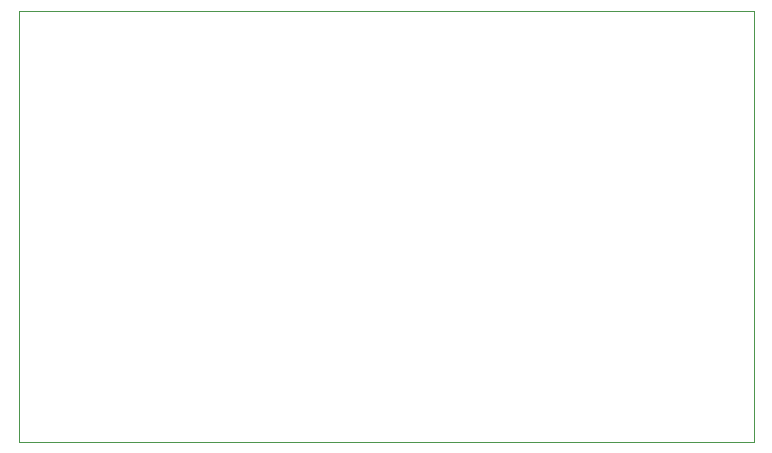
<source format=gbr>
G04 #@! TF.GenerationSoftware,KiCad,Pcbnew,5.1.4-e60b266~84~ubuntu19.04.1*
G04 #@! TF.CreationDate,2019-09-18T16:20:32+02:00*
G04 #@! TF.ProjectId,pro_micro_audio,70726f5f-6d69-4637-926f-5f617564696f,rev?*
G04 #@! TF.SameCoordinates,Original*
G04 #@! TF.FileFunction,Profile,NP*
%FSLAX46Y46*%
G04 Gerber Fmt 4.6, Leading zero omitted, Abs format (unit mm)*
G04 Created by KiCad (PCBNEW 5.1.4-e60b266~84~ubuntu19.04.1) date 2019-09-18 16:20:32*
%MOMM*%
%LPD*%
G04 APERTURE LIST*
%ADD10C,0.050000*%
G04 APERTURE END LIST*
D10*
X163750000Y-71750000D02*
X121000000Y-71750000D01*
X163750000Y-108250000D02*
X163750000Y-71750000D01*
X101500000Y-108250000D02*
X163750000Y-108250000D01*
X101500000Y-71750000D02*
X101500000Y-108250000D01*
X121000000Y-71750000D02*
X101500000Y-71750000D01*
M02*

</source>
